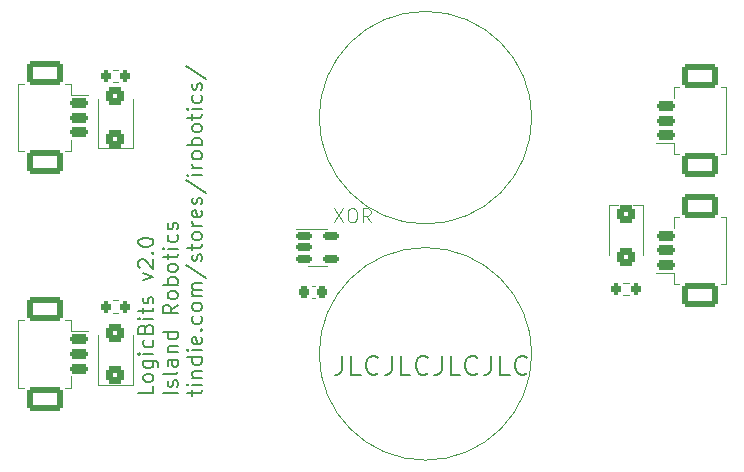
<source format=gbr>
%TF.GenerationSoftware,KiCad,Pcbnew,7.0.8*%
%TF.CreationDate,2024-03-12T18:50:45-04:00*%
%TF.ProjectId,XORgate,584f5267-6174-4652-9e6b-696361645f70,rev?*%
%TF.SameCoordinates,Original*%
%TF.FileFunction,Legend,Top*%
%TF.FilePolarity,Positive*%
%FSLAX46Y46*%
G04 Gerber Fmt 4.6, Leading zero omitted, Abs format (unit mm)*
G04 Created by KiCad (PCBNEW 7.0.8) date 2024-03-12 18:50:45*
%MOMM*%
%LPD*%
G01*
G04 APERTURE LIST*
G04 Aperture macros list*
%AMRoundRect*
0 Rectangle with rounded corners*
0 $1 Rounding radius*
0 $2 $3 $4 $5 $6 $7 $8 $9 X,Y pos of 4 corners*
0 Add a 4 corners polygon primitive as box body*
4,1,4,$2,$3,$4,$5,$6,$7,$8,$9,$2,$3,0*
0 Add four circle primitives for the rounded corners*
1,1,$1+$1,$2,$3*
1,1,$1+$1,$4,$5*
1,1,$1+$1,$6,$7*
1,1,$1+$1,$8,$9*
0 Add four rect primitives between the rounded corners*
20,1,$1+$1,$2,$3,$4,$5,0*
20,1,$1+$1,$4,$5,$6,$7,0*
20,1,$1+$1,$6,$7,$8,$9,0*
20,1,$1+$1,$8,$9,$2,$3,0*%
G04 Aperture macros list end*
%ADD10C,0.100000*%
%ADD11C,0.142240*%
%ADD12C,0.101600*%
%ADD13C,0.120000*%
%ADD14RoundRect,0.200000X-0.600000X0.200000X-0.600000X-0.200000X0.600000X-0.200000X0.600000X0.200000X0*%
%ADD15RoundRect,0.250001X-1.249999X0.799999X-1.249999X-0.799999X1.249999X-0.799999X1.249999X0.799999X0*%
%ADD16O,2.600000X2.100000*%
%ADD17RoundRect,0.300000X0.500000X-0.450000X0.500000X0.450000X-0.500000X0.450000X-0.500000X-0.450000X0*%
%ADD18RoundRect,0.200000X0.600000X-0.200000X0.600000X0.200000X-0.600000X0.200000X-0.600000X-0.200000X0*%
%ADD19RoundRect,0.250001X1.249999X-0.799999X1.249999X0.799999X-1.249999X0.799999X-1.249999X-0.799999X0*%
%ADD20RoundRect,0.300000X-0.500000X0.450000X-0.500000X-0.450000X0.500000X-0.450000X0.500000X0.450000X0*%
%ADD21RoundRect,0.150000X-0.512500X-0.150000X0.512500X-0.150000X0.512500X0.150000X-0.512500X0.150000X0*%
%ADD22RoundRect,0.200000X-0.200000X-0.275000X0.200000X-0.275000X0.200000X0.275000X-0.200000X0.275000X0*%
%ADD23RoundRect,0.225000X0.225000X0.250000X-0.225000X0.250000X-0.225000X-0.250000X0.225000X-0.250000X0*%
G04 APERTURE END LIST*
D10*
X161501100Y-115003600D02*
G75*
G03*
X161501100Y-115003600I-9000000J0D01*
G01*
X161501100Y-95003600D02*
G75*
G03*
X161501100Y-95003600I-9000000J0D01*
G01*
D11*
X145451504Y-115160257D02*
X145451504Y-116328657D01*
X145451504Y-116328657D02*
X145373611Y-116562337D01*
X145373611Y-116562337D02*
X145217824Y-116718124D01*
X145217824Y-116718124D02*
X144984144Y-116796017D01*
X144984144Y-116796017D02*
X144828358Y-116796017D01*
X147009371Y-116796017D02*
X146230437Y-116796017D01*
X146230437Y-116796017D02*
X146230437Y-115160257D01*
X148489344Y-116640230D02*
X148411451Y-116718124D01*
X148411451Y-116718124D02*
X148177771Y-116796017D01*
X148177771Y-116796017D02*
X148021984Y-116796017D01*
X148021984Y-116796017D02*
X147788304Y-116718124D01*
X147788304Y-116718124D02*
X147632518Y-116562337D01*
X147632518Y-116562337D02*
X147554624Y-116406550D01*
X147554624Y-116406550D02*
X147476731Y-116094977D01*
X147476731Y-116094977D02*
X147476731Y-115861297D01*
X147476731Y-115861297D02*
X147554624Y-115549724D01*
X147554624Y-115549724D02*
X147632518Y-115393937D01*
X147632518Y-115393937D02*
X147788304Y-115238150D01*
X147788304Y-115238150D02*
X148021984Y-115160257D01*
X148021984Y-115160257D02*
X148177771Y-115160257D01*
X148177771Y-115160257D02*
X148411451Y-115238150D01*
X148411451Y-115238150D02*
X148489344Y-115316044D01*
X149657744Y-115160257D02*
X149657744Y-116328657D01*
X149657744Y-116328657D02*
X149579851Y-116562337D01*
X149579851Y-116562337D02*
X149424064Y-116718124D01*
X149424064Y-116718124D02*
X149190384Y-116796017D01*
X149190384Y-116796017D02*
X149034598Y-116796017D01*
X151215611Y-116796017D02*
X150436677Y-116796017D01*
X150436677Y-116796017D02*
X150436677Y-115160257D01*
X152695584Y-116640230D02*
X152617691Y-116718124D01*
X152617691Y-116718124D02*
X152384011Y-116796017D01*
X152384011Y-116796017D02*
X152228224Y-116796017D01*
X152228224Y-116796017D02*
X151994544Y-116718124D01*
X151994544Y-116718124D02*
X151838758Y-116562337D01*
X151838758Y-116562337D02*
X151760864Y-116406550D01*
X151760864Y-116406550D02*
X151682971Y-116094977D01*
X151682971Y-116094977D02*
X151682971Y-115861297D01*
X151682971Y-115861297D02*
X151760864Y-115549724D01*
X151760864Y-115549724D02*
X151838758Y-115393937D01*
X151838758Y-115393937D02*
X151994544Y-115238150D01*
X151994544Y-115238150D02*
X152228224Y-115160257D01*
X152228224Y-115160257D02*
X152384011Y-115160257D01*
X152384011Y-115160257D02*
X152617691Y-115238150D01*
X152617691Y-115238150D02*
X152695584Y-115316044D01*
X153863984Y-115160257D02*
X153863984Y-116328657D01*
X153863984Y-116328657D02*
X153786091Y-116562337D01*
X153786091Y-116562337D02*
X153630304Y-116718124D01*
X153630304Y-116718124D02*
X153396624Y-116796017D01*
X153396624Y-116796017D02*
X153240838Y-116796017D01*
X155421851Y-116796017D02*
X154642917Y-116796017D01*
X154642917Y-116796017D02*
X154642917Y-115160257D01*
X156901824Y-116640230D02*
X156823931Y-116718124D01*
X156823931Y-116718124D02*
X156590251Y-116796017D01*
X156590251Y-116796017D02*
X156434464Y-116796017D01*
X156434464Y-116796017D02*
X156200784Y-116718124D01*
X156200784Y-116718124D02*
X156044998Y-116562337D01*
X156044998Y-116562337D02*
X155967104Y-116406550D01*
X155967104Y-116406550D02*
X155889211Y-116094977D01*
X155889211Y-116094977D02*
X155889211Y-115861297D01*
X155889211Y-115861297D02*
X155967104Y-115549724D01*
X155967104Y-115549724D02*
X156044998Y-115393937D01*
X156044998Y-115393937D02*
X156200784Y-115238150D01*
X156200784Y-115238150D02*
X156434464Y-115160257D01*
X156434464Y-115160257D02*
X156590251Y-115160257D01*
X156590251Y-115160257D02*
X156823931Y-115238150D01*
X156823931Y-115238150D02*
X156901824Y-115316044D01*
X158070224Y-115160257D02*
X158070224Y-116328657D01*
X158070224Y-116328657D02*
X157992331Y-116562337D01*
X157992331Y-116562337D02*
X157836544Y-116718124D01*
X157836544Y-116718124D02*
X157602864Y-116796017D01*
X157602864Y-116796017D02*
X157447078Y-116796017D01*
X159628091Y-116796017D02*
X158849157Y-116796017D01*
X158849157Y-116796017D02*
X158849157Y-115160257D01*
X161108064Y-116640230D02*
X161030171Y-116718124D01*
X161030171Y-116718124D02*
X160796491Y-116796017D01*
X160796491Y-116796017D02*
X160640704Y-116796017D01*
X160640704Y-116796017D02*
X160407024Y-116718124D01*
X160407024Y-116718124D02*
X160251238Y-116562337D01*
X160251238Y-116562337D02*
X160173344Y-116406550D01*
X160173344Y-116406550D02*
X160095451Y-116094977D01*
X160095451Y-116094977D02*
X160095451Y-115861297D01*
X160095451Y-115861297D02*
X160173344Y-115549724D01*
X160173344Y-115549724D02*
X160251238Y-115393937D01*
X160251238Y-115393937D02*
X160407024Y-115238150D01*
X160407024Y-115238150D02*
X160640704Y-115160257D01*
X160640704Y-115160257D02*
X160796491Y-115160257D01*
X160796491Y-115160257D02*
X161030171Y-115238150D01*
X161030171Y-115238150D02*
X161108064Y-115316044D01*
X129463820Y-117742022D02*
X129463820Y-118351622D01*
X129463820Y-118351622D02*
X128183660Y-118351622D01*
X129463820Y-117132422D02*
X129402860Y-117254342D01*
X129402860Y-117254342D02*
X129341900Y-117315302D01*
X129341900Y-117315302D02*
X129219980Y-117376262D01*
X129219980Y-117376262D02*
X128854220Y-117376262D01*
X128854220Y-117376262D02*
X128732300Y-117315302D01*
X128732300Y-117315302D02*
X128671340Y-117254342D01*
X128671340Y-117254342D02*
X128610380Y-117132422D01*
X128610380Y-117132422D02*
X128610380Y-116949542D01*
X128610380Y-116949542D02*
X128671340Y-116827622D01*
X128671340Y-116827622D02*
X128732300Y-116766662D01*
X128732300Y-116766662D02*
X128854220Y-116705702D01*
X128854220Y-116705702D02*
X129219980Y-116705702D01*
X129219980Y-116705702D02*
X129341900Y-116766662D01*
X129341900Y-116766662D02*
X129402860Y-116827622D01*
X129402860Y-116827622D02*
X129463820Y-116949542D01*
X129463820Y-116949542D02*
X129463820Y-117132422D01*
X128610380Y-115608422D02*
X129646700Y-115608422D01*
X129646700Y-115608422D02*
X129768620Y-115669382D01*
X129768620Y-115669382D02*
X129829580Y-115730342D01*
X129829580Y-115730342D02*
X129890540Y-115852262D01*
X129890540Y-115852262D02*
X129890540Y-116035142D01*
X129890540Y-116035142D02*
X129829580Y-116157062D01*
X129402860Y-115608422D02*
X129463820Y-115730342D01*
X129463820Y-115730342D02*
X129463820Y-115974182D01*
X129463820Y-115974182D02*
X129402860Y-116096102D01*
X129402860Y-116096102D02*
X129341900Y-116157062D01*
X129341900Y-116157062D02*
X129219980Y-116218022D01*
X129219980Y-116218022D02*
X128854220Y-116218022D01*
X128854220Y-116218022D02*
X128732300Y-116157062D01*
X128732300Y-116157062D02*
X128671340Y-116096102D01*
X128671340Y-116096102D02*
X128610380Y-115974182D01*
X128610380Y-115974182D02*
X128610380Y-115730342D01*
X128610380Y-115730342D02*
X128671340Y-115608422D01*
X129463820Y-114998822D02*
X128610380Y-114998822D01*
X128183660Y-114998822D02*
X128244620Y-115059782D01*
X128244620Y-115059782D02*
X128305580Y-114998822D01*
X128305580Y-114998822D02*
X128244620Y-114937862D01*
X128244620Y-114937862D02*
X128183660Y-114998822D01*
X128183660Y-114998822D02*
X128305580Y-114998822D01*
X129402860Y-113840582D02*
X129463820Y-113962502D01*
X129463820Y-113962502D02*
X129463820Y-114206342D01*
X129463820Y-114206342D02*
X129402860Y-114328262D01*
X129402860Y-114328262D02*
X129341900Y-114389222D01*
X129341900Y-114389222D02*
X129219980Y-114450182D01*
X129219980Y-114450182D02*
X128854220Y-114450182D01*
X128854220Y-114450182D02*
X128732300Y-114389222D01*
X128732300Y-114389222D02*
X128671340Y-114328262D01*
X128671340Y-114328262D02*
X128610380Y-114206342D01*
X128610380Y-114206342D02*
X128610380Y-113962502D01*
X128610380Y-113962502D02*
X128671340Y-113840582D01*
X128793260Y-112865222D02*
X128854220Y-112682342D01*
X128854220Y-112682342D02*
X128915180Y-112621382D01*
X128915180Y-112621382D02*
X129037100Y-112560422D01*
X129037100Y-112560422D02*
X129219980Y-112560422D01*
X129219980Y-112560422D02*
X129341900Y-112621382D01*
X129341900Y-112621382D02*
X129402860Y-112682342D01*
X129402860Y-112682342D02*
X129463820Y-112804262D01*
X129463820Y-112804262D02*
X129463820Y-113291942D01*
X129463820Y-113291942D02*
X128183660Y-113291942D01*
X128183660Y-113291942D02*
X128183660Y-112865222D01*
X128183660Y-112865222D02*
X128244620Y-112743302D01*
X128244620Y-112743302D02*
X128305580Y-112682342D01*
X128305580Y-112682342D02*
X128427500Y-112621382D01*
X128427500Y-112621382D02*
X128549420Y-112621382D01*
X128549420Y-112621382D02*
X128671340Y-112682342D01*
X128671340Y-112682342D02*
X128732300Y-112743302D01*
X128732300Y-112743302D02*
X128793260Y-112865222D01*
X128793260Y-112865222D02*
X128793260Y-113291942D01*
X129463820Y-112011782D02*
X128610380Y-112011782D01*
X128183660Y-112011782D02*
X128244620Y-112072742D01*
X128244620Y-112072742D02*
X128305580Y-112011782D01*
X128305580Y-112011782D02*
X128244620Y-111950822D01*
X128244620Y-111950822D02*
X128183660Y-112011782D01*
X128183660Y-112011782D02*
X128305580Y-112011782D01*
X128610380Y-111585062D02*
X128610380Y-111097382D01*
X128183660Y-111402182D02*
X129280940Y-111402182D01*
X129280940Y-111402182D02*
X129402860Y-111341222D01*
X129402860Y-111341222D02*
X129463820Y-111219302D01*
X129463820Y-111219302D02*
X129463820Y-111097382D01*
X129402860Y-110731622D02*
X129463820Y-110609702D01*
X129463820Y-110609702D02*
X129463820Y-110365862D01*
X129463820Y-110365862D02*
X129402860Y-110243942D01*
X129402860Y-110243942D02*
X129280940Y-110182982D01*
X129280940Y-110182982D02*
X129219980Y-110182982D01*
X129219980Y-110182982D02*
X129098060Y-110243942D01*
X129098060Y-110243942D02*
X129037100Y-110365862D01*
X129037100Y-110365862D02*
X129037100Y-110548742D01*
X129037100Y-110548742D02*
X128976140Y-110670662D01*
X128976140Y-110670662D02*
X128854220Y-110731622D01*
X128854220Y-110731622D02*
X128793260Y-110731622D01*
X128793260Y-110731622D02*
X128671340Y-110670662D01*
X128671340Y-110670662D02*
X128610380Y-110548742D01*
X128610380Y-110548742D02*
X128610380Y-110365862D01*
X128610380Y-110365862D02*
X128671340Y-110243942D01*
X128610380Y-108780902D02*
X129463820Y-108476102D01*
X129463820Y-108476102D02*
X128610380Y-108171302D01*
X128305580Y-107744582D02*
X128244620Y-107683622D01*
X128244620Y-107683622D02*
X128183660Y-107561702D01*
X128183660Y-107561702D02*
X128183660Y-107256902D01*
X128183660Y-107256902D02*
X128244620Y-107134982D01*
X128244620Y-107134982D02*
X128305580Y-107074022D01*
X128305580Y-107074022D02*
X128427500Y-107013062D01*
X128427500Y-107013062D02*
X128549420Y-107013062D01*
X128549420Y-107013062D02*
X128732300Y-107074022D01*
X128732300Y-107074022D02*
X129463820Y-107805542D01*
X129463820Y-107805542D02*
X129463820Y-107013062D01*
X129341900Y-106464422D02*
X129402860Y-106403462D01*
X129402860Y-106403462D02*
X129463820Y-106464422D01*
X129463820Y-106464422D02*
X129402860Y-106525382D01*
X129402860Y-106525382D02*
X129341900Y-106464422D01*
X129341900Y-106464422D02*
X129463820Y-106464422D01*
X128183660Y-105610982D02*
X128183660Y-105489062D01*
X128183660Y-105489062D02*
X128244620Y-105367142D01*
X128244620Y-105367142D02*
X128305580Y-105306182D01*
X128305580Y-105306182D02*
X128427500Y-105245222D01*
X128427500Y-105245222D02*
X128671340Y-105184262D01*
X128671340Y-105184262D02*
X128976140Y-105184262D01*
X128976140Y-105184262D02*
X129219980Y-105245222D01*
X129219980Y-105245222D02*
X129341900Y-105306182D01*
X129341900Y-105306182D02*
X129402860Y-105367142D01*
X129402860Y-105367142D02*
X129463820Y-105489062D01*
X129463820Y-105489062D02*
X129463820Y-105610982D01*
X129463820Y-105610982D02*
X129402860Y-105732902D01*
X129402860Y-105732902D02*
X129341900Y-105793862D01*
X129341900Y-105793862D02*
X129219980Y-105854822D01*
X129219980Y-105854822D02*
X128976140Y-105915782D01*
X128976140Y-105915782D02*
X128671340Y-105915782D01*
X128671340Y-105915782D02*
X128427500Y-105854822D01*
X128427500Y-105854822D02*
X128305580Y-105793862D01*
X128305580Y-105793862D02*
X128244620Y-105732902D01*
X128244620Y-105732902D02*
X128183660Y-105610982D01*
X131524878Y-118351622D02*
X130244718Y-118351622D01*
X131463918Y-117802982D02*
X131524878Y-117681062D01*
X131524878Y-117681062D02*
X131524878Y-117437222D01*
X131524878Y-117437222D02*
X131463918Y-117315302D01*
X131463918Y-117315302D02*
X131341998Y-117254342D01*
X131341998Y-117254342D02*
X131281038Y-117254342D01*
X131281038Y-117254342D02*
X131159118Y-117315302D01*
X131159118Y-117315302D02*
X131098158Y-117437222D01*
X131098158Y-117437222D02*
X131098158Y-117620102D01*
X131098158Y-117620102D02*
X131037198Y-117742022D01*
X131037198Y-117742022D02*
X130915278Y-117802982D01*
X130915278Y-117802982D02*
X130854318Y-117802982D01*
X130854318Y-117802982D02*
X130732398Y-117742022D01*
X130732398Y-117742022D02*
X130671438Y-117620102D01*
X130671438Y-117620102D02*
X130671438Y-117437222D01*
X130671438Y-117437222D02*
X130732398Y-117315302D01*
X131524878Y-116522822D02*
X131463918Y-116644742D01*
X131463918Y-116644742D02*
X131341998Y-116705702D01*
X131341998Y-116705702D02*
X130244718Y-116705702D01*
X131524878Y-115486502D02*
X130854318Y-115486502D01*
X130854318Y-115486502D02*
X130732398Y-115547462D01*
X130732398Y-115547462D02*
X130671438Y-115669382D01*
X130671438Y-115669382D02*
X130671438Y-115913222D01*
X130671438Y-115913222D02*
X130732398Y-116035142D01*
X131463918Y-115486502D02*
X131524878Y-115608422D01*
X131524878Y-115608422D02*
X131524878Y-115913222D01*
X131524878Y-115913222D02*
X131463918Y-116035142D01*
X131463918Y-116035142D02*
X131341998Y-116096102D01*
X131341998Y-116096102D02*
X131220078Y-116096102D01*
X131220078Y-116096102D02*
X131098158Y-116035142D01*
X131098158Y-116035142D02*
X131037198Y-115913222D01*
X131037198Y-115913222D02*
X131037198Y-115608422D01*
X131037198Y-115608422D02*
X130976238Y-115486502D01*
X130671438Y-114876902D02*
X131524878Y-114876902D01*
X130793358Y-114876902D02*
X130732398Y-114815942D01*
X130732398Y-114815942D02*
X130671438Y-114694022D01*
X130671438Y-114694022D02*
X130671438Y-114511142D01*
X130671438Y-114511142D02*
X130732398Y-114389222D01*
X130732398Y-114389222D02*
X130854318Y-114328262D01*
X130854318Y-114328262D02*
X131524878Y-114328262D01*
X131524878Y-113170022D02*
X130244718Y-113170022D01*
X131463918Y-113170022D02*
X131524878Y-113291942D01*
X131524878Y-113291942D02*
X131524878Y-113535782D01*
X131524878Y-113535782D02*
X131463918Y-113657702D01*
X131463918Y-113657702D02*
X131402958Y-113718662D01*
X131402958Y-113718662D02*
X131281038Y-113779622D01*
X131281038Y-113779622D02*
X130915278Y-113779622D01*
X130915278Y-113779622D02*
X130793358Y-113718662D01*
X130793358Y-113718662D02*
X130732398Y-113657702D01*
X130732398Y-113657702D02*
X130671438Y-113535782D01*
X130671438Y-113535782D02*
X130671438Y-113291942D01*
X130671438Y-113291942D02*
X130732398Y-113170022D01*
X131524878Y-110853542D02*
X130915278Y-111280262D01*
X131524878Y-111585062D02*
X130244718Y-111585062D01*
X130244718Y-111585062D02*
X130244718Y-111097382D01*
X130244718Y-111097382D02*
X130305678Y-110975462D01*
X130305678Y-110975462D02*
X130366638Y-110914502D01*
X130366638Y-110914502D02*
X130488558Y-110853542D01*
X130488558Y-110853542D02*
X130671438Y-110853542D01*
X130671438Y-110853542D02*
X130793358Y-110914502D01*
X130793358Y-110914502D02*
X130854318Y-110975462D01*
X130854318Y-110975462D02*
X130915278Y-111097382D01*
X130915278Y-111097382D02*
X130915278Y-111585062D01*
X131524878Y-110122022D02*
X131463918Y-110243942D01*
X131463918Y-110243942D02*
X131402958Y-110304902D01*
X131402958Y-110304902D02*
X131281038Y-110365862D01*
X131281038Y-110365862D02*
X130915278Y-110365862D01*
X130915278Y-110365862D02*
X130793358Y-110304902D01*
X130793358Y-110304902D02*
X130732398Y-110243942D01*
X130732398Y-110243942D02*
X130671438Y-110122022D01*
X130671438Y-110122022D02*
X130671438Y-109939142D01*
X130671438Y-109939142D02*
X130732398Y-109817222D01*
X130732398Y-109817222D02*
X130793358Y-109756262D01*
X130793358Y-109756262D02*
X130915278Y-109695302D01*
X130915278Y-109695302D02*
X131281038Y-109695302D01*
X131281038Y-109695302D02*
X131402958Y-109756262D01*
X131402958Y-109756262D02*
X131463918Y-109817222D01*
X131463918Y-109817222D02*
X131524878Y-109939142D01*
X131524878Y-109939142D02*
X131524878Y-110122022D01*
X131524878Y-109146662D02*
X130244718Y-109146662D01*
X130732398Y-109146662D02*
X130671438Y-109024742D01*
X130671438Y-109024742D02*
X130671438Y-108780902D01*
X130671438Y-108780902D02*
X130732398Y-108658982D01*
X130732398Y-108658982D02*
X130793358Y-108598022D01*
X130793358Y-108598022D02*
X130915278Y-108537062D01*
X130915278Y-108537062D02*
X131281038Y-108537062D01*
X131281038Y-108537062D02*
X131402958Y-108598022D01*
X131402958Y-108598022D02*
X131463918Y-108658982D01*
X131463918Y-108658982D02*
X131524878Y-108780902D01*
X131524878Y-108780902D02*
X131524878Y-109024742D01*
X131524878Y-109024742D02*
X131463918Y-109146662D01*
X131524878Y-107805542D02*
X131463918Y-107927462D01*
X131463918Y-107927462D02*
X131402958Y-107988422D01*
X131402958Y-107988422D02*
X131281038Y-108049382D01*
X131281038Y-108049382D02*
X130915278Y-108049382D01*
X130915278Y-108049382D02*
X130793358Y-107988422D01*
X130793358Y-107988422D02*
X130732398Y-107927462D01*
X130732398Y-107927462D02*
X130671438Y-107805542D01*
X130671438Y-107805542D02*
X130671438Y-107622662D01*
X130671438Y-107622662D02*
X130732398Y-107500742D01*
X130732398Y-107500742D02*
X130793358Y-107439782D01*
X130793358Y-107439782D02*
X130915278Y-107378822D01*
X130915278Y-107378822D02*
X131281038Y-107378822D01*
X131281038Y-107378822D02*
X131402958Y-107439782D01*
X131402958Y-107439782D02*
X131463918Y-107500742D01*
X131463918Y-107500742D02*
X131524878Y-107622662D01*
X131524878Y-107622662D02*
X131524878Y-107805542D01*
X130671438Y-107013062D02*
X130671438Y-106525382D01*
X130244718Y-106830182D02*
X131341998Y-106830182D01*
X131341998Y-106830182D02*
X131463918Y-106769222D01*
X131463918Y-106769222D02*
X131524878Y-106647302D01*
X131524878Y-106647302D02*
X131524878Y-106525382D01*
X131524878Y-106098662D02*
X130671438Y-106098662D01*
X130244718Y-106098662D02*
X130305678Y-106159622D01*
X130305678Y-106159622D02*
X130366638Y-106098662D01*
X130366638Y-106098662D02*
X130305678Y-106037702D01*
X130305678Y-106037702D02*
X130244718Y-106098662D01*
X130244718Y-106098662D02*
X130366638Y-106098662D01*
X131463918Y-104940422D02*
X131524878Y-105062342D01*
X131524878Y-105062342D02*
X131524878Y-105306182D01*
X131524878Y-105306182D02*
X131463918Y-105428102D01*
X131463918Y-105428102D02*
X131402958Y-105489062D01*
X131402958Y-105489062D02*
X131281038Y-105550022D01*
X131281038Y-105550022D02*
X130915278Y-105550022D01*
X130915278Y-105550022D02*
X130793358Y-105489062D01*
X130793358Y-105489062D02*
X130732398Y-105428102D01*
X130732398Y-105428102D02*
X130671438Y-105306182D01*
X130671438Y-105306182D02*
X130671438Y-105062342D01*
X130671438Y-105062342D02*
X130732398Y-104940422D01*
X131463918Y-104452742D02*
X131524878Y-104330822D01*
X131524878Y-104330822D02*
X131524878Y-104086982D01*
X131524878Y-104086982D02*
X131463918Y-103965062D01*
X131463918Y-103965062D02*
X131341998Y-103904102D01*
X131341998Y-103904102D02*
X131281038Y-103904102D01*
X131281038Y-103904102D02*
X131159118Y-103965062D01*
X131159118Y-103965062D02*
X131098158Y-104086982D01*
X131098158Y-104086982D02*
X131098158Y-104269862D01*
X131098158Y-104269862D02*
X131037198Y-104391782D01*
X131037198Y-104391782D02*
X130915278Y-104452742D01*
X130915278Y-104452742D02*
X130854318Y-104452742D01*
X130854318Y-104452742D02*
X130732398Y-104391782D01*
X130732398Y-104391782D02*
X130671438Y-104269862D01*
X130671438Y-104269862D02*
X130671438Y-104086982D01*
X130671438Y-104086982D02*
X130732398Y-103965062D01*
X132732496Y-118534502D02*
X132732496Y-118046822D01*
X132305776Y-118351622D02*
X133403056Y-118351622D01*
X133403056Y-118351622D02*
X133524976Y-118290662D01*
X133524976Y-118290662D02*
X133585936Y-118168742D01*
X133585936Y-118168742D02*
X133585936Y-118046822D01*
X133585936Y-117620102D02*
X132732496Y-117620102D01*
X132305776Y-117620102D02*
X132366736Y-117681062D01*
X132366736Y-117681062D02*
X132427696Y-117620102D01*
X132427696Y-117620102D02*
X132366736Y-117559142D01*
X132366736Y-117559142D02*
X132305776Y-117620102D01*
X132305776Y-117620102D02*
X132427696Y-117620102D01*
X132732496Y-117010502D02*
X133585936Y-117010502D01*
X132854416Y-117010502D02*
X132793456Y-116949542D01*
X132793456Y-116949542D02*
X132732496Y-116827622D01*
X132732496Y-116827622D02*
X132732496Y-116644742D01*
X132732496Y-116644742D02*
X132793456Y-116522822D01*
X132793456Y-116522822D02*
X132915376Y-116461862D01*
X132915376Y-116461862D02*
X133585936Y-116461862D01*
X133585936Y-115303622D02*
X132305776Y-115303622D01*
X133524976Y-115303622D02*
X133585936Y-115425542D01*
X133585936Y-115425542D02*
X133585936Y-115669382D01*
X133585936Y-115669382D02*
X133524976Y-115791302D01*
X133524976Y-115791302D02*
X133464016Y-115852262D01*
X133464016Y-115852262D02*
X133342096Y-115913222D01*
X133342096Y-115913222D02*
X132976336Y-115913222D01*
X132976336Y-115913222D02*
X132854416Y-115852262D01*
X132854416Y-115852262D02*
X132793456Y-115791302D01*
X132793456Y-115791302D02*
X132732496Y-115669382D01*
X132732496Y-115669382D02*
X132732496Y-115425542D01*
X132732496Y-115425542D02*
X132793456Y-115303622D01*
X133585936Y-114694022D02*
X132732496Y-114694022D01*
X132305776Y-114694022D02*
X132366736Y-114754982D01*
X132366736Y-114754982D02*
X132427696Y-114694022D01*
X132427696Y-114694022D02*
X132366736Y-114633062D01*
X132366736Y-114633062D02*
X132305776Y-114694022D01*
X132305776Y-114694022D02*
X132427696Y-114694022D01*
X133524976Y-113596742D02*
X133585936Y-113718662D01*
X133585936Y-113718662D02*
X133585936Y-113962502D01*
X133585936Y-113962502D02*
X133524976Y-114084422D01*
X133524976Y-114084422D02*
X133403056Y-114145382D01*
X133403056Y-114145382D02*
X132915376Y-114145382D01*
X132915376Y-114145382D02*
X132793456Y-114084422D01*
X132793456Y-114084422D02*
X132732496Y-113962502D01*
X132732496Y-113962502D02*
X132732496Y-113718662D01*
X132732496Y-113718662D02*
X132793456Y-113596742D01*
X132793456Y-113596742D02*
X132915376Y-113535782D01*
X132915376Y-113535782D02*
X133037296Y-113535782D01*
X133037296Y-113535782D02*
X133159216Y-114145382D01*
X133464016Y-112987142D02*
X133524976Y-112926182D01*
X133524976Y-112926182D02*
X133585936Y-112987142D01*
X133585936Y-112987142D02*
X133524976Y-113048102D01*
X133524976Y-113048102D02*
X133464016Y-112987142D01*
X133464016Y-112987142D02*
X133585936Y-112987142D01*
X133524976Y-111828902D02*
X133585936Y-111950822D01*
X133585936Y-111950822D02*
X133585936Y-112194662D01*
X133585936Y-112194662D02*
X133524976Y-112316582D01*
X133524976Y-112316582D02*
X133464016Y-112377542D01*
X133464016Y-112377542D02*
X133342096Y-112438502D01*
X133342096Y-112438502D02*
X132976336Y-112438502D01*
X132976336Y-112438502D02*
X132854416Y-112377542D01*
X132854416Y-112377542D02*
X132793456Y-112316582D01*
X132793456Y-112316582D02*
X132732496Y-112194662D01*
X132732496Y-112194662D02*
X132732496Y-111950822D01*
X132732496Y-111950822D02*
X132793456Y-111828902D01*
X133585936Y-111097382D02*
X133524976Y-111219302D01*
X133524976Y-111219302D02*
X133464016Y-111280262D01*
X133464016Y-111280262D02*
X133342096Y-111341222D01*
X133342096Y-111341222D02*
X132976336Y-111341222D01*
X132976336Y-111341222D02*
X132854416Y-111280262D01*
X132854416Y-111280262D02*
X132793456Y-111219302D01*
X132793456Y-111219302D02*
X132732496Y-111097382D01*
X132732496Y-111097382D02*
X132732496Y-110914502D01*
X132732496Y-110914502D02*
X132793456Y-110792582D01*
X132793456Y-110792582D02*
X132854416Y-110731622D01*
X132854416Y-110731622D02*
X132976336Y-110670662D01*
X132976336Y-110670662D02*
X133342096Y-110670662D01*
X133342096Y-110670662D02*
X133464016Y-110731622D01*
X133464016Y-110731622D02*
X133524976Y-110792582D01*
X133524976Y-110792582D02*
X133585936Y-110914502D01*
X133585936Y-110914502D02*
X133585936Y-111097382D01*
X133585936Y-110122022D02*
X132732496Y-110122022D01*
X132854416Y-110122022D02*
X132793456Y-110061062D01*
X132793456Y-110061062D02*
X132732496Y-109939142D01*
X132732496Y-109939142D02*
X132732496Y-109756262D01*
X132732496Y-109756262D02*
X132793456Y-109634342D01*
X132793456Y-109634342D02*
X132915376Y-109573382D01*
X132915376Y-109573382D02*
X133585936Y-109573382D01*
X132915376Y-109573382D02*
X132793456Y-109512422D01*
X132793456Y-109512422D02*
X132732496Y-109390502D01*
X132732496Y-109390502D02*
X132732496Y-109207622D01*
X132732496Y-109207622D02*
X132793456Y-109085702D01*
X132793456Y-109085702D02*
X132915376Y-109024742D01*
X132915376Y-109024742D02*
X133585936Y-109024742D01*
X132244816Y-107500742D02*
X133890736Y-108598022D01*
X133524976Y-107134982D02*
X133585936Y-107013062D01*
X133585936Y-107013062D02*
X133585936Y-106769222D01*
X133585936Y-106769222D02*
X133524976Y-106647302D01*
X133524976Y-106647302D02*
X133403056Y-106586342D01*
X133403056Y-106586342D02*
X133342096Y-106586342D01*
X133342096Y-106586342D02*
X133220176Y-106647302D01*
X133220176Y-106647302D02*
X133159216Y-106769222D01*
X133159216Y-106769222D02*
X133159216Y-106952102D01*
X133159216Y-106952102D02*
X133098256Y-107074022D01*
X133098256Y-107074022D02*
X132976336Y-107134982D01*
X132976336Y-107134982D02*
X132915376Y-107134982D01*
X132915376Y-107134982D02*
X132793456Y-107074022D01*
X132793456Y-107074022D02*
X132732496Y-106952102D01*
X132732496Y-106952102D02*
X132732496Y-106769222D01*
X132732496Y-106769222D02*
X132793456Y-106647302D01*
X132732496Y-106220582D02*
X132732496Y-105732902D01*
X132305776Y-106037702D02*
X133403056Y-106037702D01*
X133403056Y-106037702D02*
X133524976Y-105976742D01*
X133524976Y-105976742D02*
X133585936Y-105854822D01*
X133585936Y-105854822D02*
X133585936Y-105732902D01*
X133585936Y-105123302D02*
X133524976Y-105245222D01*
X133524976Y-105245222D02*
X133464016Y-105306182D01*
X133464016Y-105306182D02*
X133342096Y-105367142D01*
X133342096Y-105367142D02*
X132976336Y-105367142D01*
X132976336Y-105367142D02*
X132854416Y-105306182D01*
X132854416Y-105306182D02*
X132793456Y-105245222D01*
X132793456Y-105245222D02*
X132732496Y-105123302D01*
X132732496Y-105123302D02*
X132732496Y-104940422D01*
X132732496Y-104940422D02*
X132793456Y-104818502D01*
X132793456Y-104818502D02*
X132854416Y-104757542D01*
X132854416Y-104757542D02*
X132976336Y-104696582D01*
X132976336Y-104696582D02*
X133342096Y-104696582D01*
X133342096Y-104696582D02*
X133464016Y-104757542D01*
X133464016Y-104757542D02*
X133524976Y-104818502D01*
X133524976Y-104818502D02*
X133585936Y-104940422D01*
X133585936Y-104940422D02*
X133585936Y-105123302D01*
X133585936Y-104147942D02*
X132732496Y-104147942D01*
X132976336Y-104147942D02*
X132854416Y-104086982D01*
X132854416Y-104086982D02*
X132793456Y-104026022D01*
X132793456Y-104026022D02*
X132732496Y-103904102D01*
X132732496Y-103904102D02*
X132732496Y-103782182D01*
X133524976Y-102867782D02*
X133585936Y-102989702D01*
X133585936Y-102989702D02*
X133585936Y-103233542D01*
X133585936Y-103233542D02*
X133524976Y-103355462D01*
X133524976Y-103355462D02*
X133403056Y-103416422D01*
X133403056Y-103416422D02*
X132915376Y-103416422D01*
X132915376Y-103416422D02*
X132793456Y-103355462D01*
X132793456Y-103355462D02*
X132732496Y-103233542D01*
X132732496Y-103233542D02*
X132732496Y-102989702D01*
X132732496Y-102989702D02*
X132793456Y-102867782D01*
X132793456Y-102867782D02*
X132915376Y-102806822D01*
X132915376Y-102806822D02*
X133037296Y-102806822D01*
X133037296Y-102806822D02*
X133159216Y-103416422D01*
X133524976Y-102319142D02*
X133585936Y-102197222D01*
X133585936Y-102197222D02*
X133585936Y-101953382D01*
X133585936Y-101953382D02*
X133524976Y-101831462D01*
X133524976Y-101831462D02*
X133403056Y-101770502D01*
X133403056Y-101770502D02*
X133342096Y-101770502D01*
X133342096Y-101770502D02*
X133220176Y-101831462D01*
X133220176Y-101831462D02*
X133159216Y-101953382D01*
X133159216Y-101953382D02*
X133159216Y-102136262D01*
X133159216Y-102136262D02*
X133098256Y-102258182D01*
X133098256Y-102258182D02*
X132976336Y-102319142D01*
X132976336Y-102319142D02*
X132915376Y-102319142D01*
X132915376Y-102319142D02*
X132793456Y-102258182D01*
X132793456Y-102258182D02*
X132732496Y-102136262D01*
X132732496Y-102136262D02*
X132732496Y-101953382D01*
X132732496Y-101953382D02*
X132793456Y-101831462D01*
X132244816Y-100307462D02*
X133890736Y-101404742D01*
X133585936Y-99880742D02*
X132732496Y-99880742D01*
X132305776Y-99880742D02*
X132366736Y-99941702D01*
X132366736Y-99941702D02*
X132427696Y-99880742D01*
X132427696Y-99880742D02*
X132366736Y-99819782D01*
X132366736Y-99819782D02*
X132305776Y-99880742D01*
X132305776Y-99880742D02*
X132427696Y-99880742D01*
X133585936Y-99271142D02*
X132732496Y-99271142D01*
X132976336Y-99271142D02*
X132854416Y-99210182D01*
X132854416Y-99210182D02*
X132793456Y-99149222D01*
X132793456Y-99149222D02*
X132732496Y-99027302D01*
X132732496Y-99027302D02*
X132732496Y-98905382D01*
X133585936Y-98295782D02*
X133524976Y-98417702D01*
X133524976Y-98417702D02*
X133464016Y-98478662D01*
X133464016Y-98478662D02*
X133342096Y-98539622D01*
X133342096Y-98539622D02*
X132976336Y-98539622D01*
X132976336Y-98539622D02*
X132854416Y-98478662D01*
X132854416Y-98478662D02*
X132793456Y-98417702D01*
X132793456Y-98417702D02*
X132732496Y-98295782D01*
X132732496Y-98295782D02*
X132732496Y-98112902D01*
X132732496Y-98112902D02*
X132793456Y-97990982D01*
X132793456Y-97990982D02*
X132854416Y-97930022D01*
X132854416Y-97930022D02*
X132976336Y-97869062D01*
X132976336Y-97869062D02*
X133342096Y-97869062D01*
X133342096Y-97869062D02*
X133464016Y-97930022D01*
X133464016Y-97930022D02*
X133524976Y-97990982D01*
X133524976Y-97990982D02*
X133585936Y-98112902D01*
X133585936Y-98112902D02*
X133585936Y-98295782D01*
X133585936Y-97320422D02*
X132305776Y-97320422D01*
X132793456Y-97320422D02*
X132732496Y-97198502D01*
X132732496Y-97198502D02*
X132732496Y-96954662D01*
X132732496Y-96954662D02*
X132793456Y-96832742D01*
X132793456Y-96832742D02*
X132854416Y-96771782D01*
X132854416Y-96771782D02*
X132976336Y-96710822D01*
X132976336Y-96710822D02*
X133342096Y-96710822D01*
X133342096Y-96710822D02*
X133464016Y-96771782D01*
X133464016Y-96771782D02*
X133524976Y-96832742D01*
X133524976Y-96832742D02*
X133585936Y-96954662D01*
X133585936Y-96954662D02*
X133585936Y-97198502D01*
X133585936Y-97198502D02*
X133524976Y-97320422D01*
X133585936Y-95979302D02*
X133524976Y-96101222D01*
X133524976Y-96101222D02*
X133464016Y-96162182D01*
X133464016Y-96162182D02*
X133342096Y-96223142D01*
X133342096Y-96223142D02*
X132976336Y-96223142D01*
X132976336Y-96223142D02*
X132854416Y-96162182D01*
X132854416Y-96162182D02*
X132793456Y-96101222D01*
X132793456Y-96101222D02*
X132732496Y-95979302D01*
X132732496Y-95979302D02*
X132732496Y-95796422D01*
X132732496Y-95796422D02*
X132793456Y-95674502D01*
X132793456Y-95674502D02*
X132854416Y-95613542D01*
X132854416Y-95613542D02*
X132976336Y-95552582D01*
X132976336Y-95552582D02*
X133342096Y-95552582D01*
X133342096Y-95552582D02*
X133464016Y-95613542D01*
X133464016Y-95613542D02*
X133524976Y-95674502D01*
X133524976Y-95674502D02*
X133585936Y-95796422D01*
X133585936Y-95796422D02*
X133585936Y-95979302D01*
X132732496Y-95186822D02*
X132732496Y-94699142D01*
X132305776Y-95003942D02*
X133403056Y-95003942D01*
X133403056Y-95003942D02*
X133524976Y-94942982D01*
X133524976Y-94942982D02*
X133585936Y-94821062D01*
X133585936Y-94821062D02*
X133585936Y-94699142D01*
X133585936Y-94272422D02*
X132732496Y-94272422D01*
X132305776Y-94272422D02*
X132366736Y-94333382D01*
X132366736Y-94333382D02*
X132427696Y-94272422D01*
X132427696Y-94272422D02*
X132366736Y-94211462D01*
X132366736Y-94211462D02*
X132305776Y-94272422D01*
X132305776Y-94272422D02*
X132427696Y-94272422D01*
X133524976Y-93114182D02*
X133585936Y-93236102D01*
X133585936Y-93236102D02*
X133585936Y-93479942D01*
X133585936Y-93479942D02*
X133524976Y-93601862D01*
X133524976Y-93601862D02*
X133464016Y-93662822D01*
X133464016Y-93662822D02*
X133342096Y-93723782D01*
X133342096Y-93723782D02*
X132976336Y-93723782D01*
X132976336Y-93723782D02*
X132854416Y-93662822D01*
X132854416Y-93662822D02*
X132793456Y-93601862D01*
X132793456Y-93601862D02*
X132732496Y-93479942D01*
X132732496Y-93479942D02*
X132732496Y-93236102D01*
X132732496Y-93236102D02*
X132793456Y-93114182D01*
X133524976Y-92626502D02*
X133585936Y-92504582D01*
X133585936Y-92504582D02*
X133585936Y-92260742D01*
X133585936Y-92260742D02*
X133524976Y-92138822D01*
X133524976Y-92138822D02*
X133403056Y-92077862D01*
X133403056Y-92077862D02*
X133342096Y-92077862D01*
X133342096Y-92077862D02*
X133220176Y-92138822D01*
X133220176Y-92138822D02*
X133159216Y-92260742D01*
X133159216Y-92260742D02*
X133159216Y-92443622D01*
X133159216Y-92443622D02*
X133098256Y-92565542D01*
X133098256Y-92565542D02*
X132976336Y-92626502D01*
X132976336Y-92626502D02*
X132915376Y-92626502D01*
X132915376Y-92626502D02*
X132793456Y-92565542D01*
X132793456Y-92565542D02*
X132732496Y-92443622D01*
X132732496Y-92443622D02*
X132732496Y-92260742D01*
X132732496Y-92260742D02*
X132793456Y-92138822D01*
X132244816Y-90614822D02*
X133890736Y-91712102D01*
D12*
X144734856Y-102686926D02*
X145513789Y-103855326D01*
X145513789Y-102686926D02*
X144734856Y-103855326D01*
X146181446Y-102686926D02*
X146403999Y-102686926D01*
X146403999Y-102686926D02*
X146515275Y-102742564D01*
X146515275Y-102742564D02*
X146626551Y-102853840D01*
X146626551Y-102853840D02*
X146682189Y-103076392D01*
X146682189Y-103076392D02*
X146682189Y-103465859D01*
X146682189Y-103465859D02*
X146626551Y-103688411D01*
X146626551Y-103688411D02*
X146515275Y-103799688D01*
X146515275Y-103799688D02*
X146403999Y-103855326D01*
X146403999Y-103855326D02*
X146181446Y-103855326D01*
X146181446Y-103855326D02*
X146070170Y-103799688D01*
X146070170Y-103799688D02*
X145958894Y-103688411D01*
X145958894Y-103688411D02*
X145903256Y-103465859D01*
X145903256Y-103465859D02*
X145903256Y-103076392D01*
X145903256Y-103076392D02*
X145958894Y-102853840D01*
X145958894Y-102853840D02*
X146070170Y-102742564D01*
X146070170Y-102742564D02*
X146181446Y-102686926D01*
X147850589Y-103855326D02*
X147461122Y-103298945D01*
X147182932Y-103855326D02*
X147182932Y-102686926D01*
X147182932Y-102686926D02*
X147628037Y-102686926D01*
X147628037Y-102686926D02*
X147739313Y-102742564D01*
X147739313Y-102742564D02*
X147794951Y-102798202D01*
X147794951Y-102798202D02*
X147850589Y-102909478D01*
X147850589Y-102909478D02*
X147850589Y-103076392D01*
X147850589Y-103076392D02*
X147794951Y-103187668D01*
X147794951Y-103187668D02*
X147739313Y-103243307D01*
X147739313Y-103243307D02*
X147628037Y-103298945D01*
X147628037Y-103298945D02*
X147182932Y-103298945D01*
D13*
%TO.C,J1*%
X122460000Y-92140000D02*
X122460000Y-93090000D01*
X122010000Y-92140000D02*
X122460000Y-92140000D01*
X118490000Y-92140000D02*
X118040000Y-92140000D01*
X118040000Y-92140000D02*
X118040000Y-97860000D01*
X122460000Y-93090000D02*
X123950000Y-93090000D01*
X122460000Y-97860000D02*
X122460000Y-96910000D01*
X122010000Y-97860000D02*
X122460000Y-97860000D01*
X118040000Y-97860000D02*
X118490000Y-97860000D01*
%TO.C,D2*%
X124790000Y-117600000D02*
X127710000Y-117600000D01*
X127710000Y-117600000D02*
X127710000Y-113400000D01*
X124790000Y-113400000D02*
X124790000Y-117600000D01*
%TO.C,J4*%
X173540000Y-98110000D02*
X173540000Y-97160000D01*
X173990000Y-98110000D02*
X173540000Y-98110000D01*
X177510000Y-98110000D02*
X177960000Y-98110000D01*
X177960000Y-98110000D02*
X177960000Y-92390000D01*
X173540000Y-97160000D02*
X172050000Y-97160000D01*
X173540000Y-92390000D02*
X173540000Y-93340000D01*
X173990000Y-92390000D02*
X173540000Y-92390000D01*
X177960000Y-92390000D02*
X177510000Y-92390000D01*
%TO.C,D3*%
X170960000Y-102400000D02*
X168040000Y-102400000D01*
X168040000Y-102400000D02*
X168040000Y-106600000D01*
X170960000Y-106600000D02*
X170960000Y-102400000D01*
%TO.C,U1*%
X143377500Y-104424000D02*
X141577500Y-104424000D01*
X143377500Y-104424000D02*
X144177500Y-104424000D01*
X143377500Y-107544000D02*
X142577500Y-107544000D01*
X143377500Y-107544000D02*
X144177500Y-107544000D01*
%TO.C,D1*%
X124790000Y-97600000D02*
X127710000Y-97600000D01*
X127710000Y-97600000D02*
X127710000Y-93400000D01*
X124790000Y-93400000D02*
X124790000Y-97600000D01*
%TO.C,R3*%
X169262742Y-108977500D02*
X169737258Y-108977500D01*
X169262742Y-110022500D02*
X169737258Y-110022500D01*
%TO.C,R1*%
X126012742Y-90977500D02*
X126487258Y-90977500D01*
X126012742Y-92022500D02*
X126487258Y-92022500D01*
%TO.C,C1*%
X143140580Y-110260000D02*
X142859420Y-110260000D01*
X143140580Y-109240000D02*
X142859420Y-109240000D01*
%TO.C,J3*%
X173540000Y-109110000D02*
X173540000Y-108160000D01*
X173990000Y-109110000D02*
X173540000Y-109110000D01*
X177510000Y-109110000D02*
X177960000Y-109110000D01*
X177960000Y-109110000D02*
X177960000Y-103390000D01*
X173540000Y-108160000D02*
X172050000Y-108160000D01*
X173540000Y-103390000D02*
X173540000Y-104340000D01*
X173990000Y-103390000D02*
X173540000Y-103390000D01*
X177960000Y-103390000D02*
X177510000Y-103390000D01*
%TO.C,J2*%
X122460000Y-112140000D02*
X122460000Y-113090000D01*
X122010000Y-112140000D02*
X122460000Y-112140000D01*
X118490000Y-112140000D02*
X118040000Y-112140000D01*
X118040000Y-112140000D02*
X118040000Y-117860000D01*
X122460000Y-113090000D02*
X123950000Y-113090000D01*
X122460000Y-117860000D02*
X122460000Y-116910000D01*
X122010000Y-117860000D02*
X122460000Y-117860000D01*
X118040000Y-117860000D02*
X118490000Y-117860000D01*
%TO.C,R2*%
X126012742Y-110477500D02*
X126487258Y-110477500D01*
X126012742Y-111522500D02*
X126487258Y-111522500D01*
%TD*%
%LPC*%
D14*
%TO.C,J1*%
X123150000Y-93750000D03*
X123150000Y-95000000D03*
X123150000Y-96250000D03*
D15*
X120250000Y-91200000D03*
X120250000Y-98800000D03*
%TD*%
D16*
%TO.C,D2*%
X126250000Y-115000000D03*
D17*
X126250000Y-116800000D03*
X126250000Y-113200000D03*
%TD*%
D18*
%TO.C,J4*%
X172850000Y-96500000D03*
X172850000Y-95250000D03*
X172850000Y-94000000D03*
D19*
X175750000Y-99050000D03*
X175750000Y-91450000D03*
%TD*%
D16*
%TO.C,D3*%
X169500000Y-105000000D03*
D20*
X169500000Y-103200000D03*
X169500000Y-106800000D03*
%TD*%
D21*
%TO.C,U1*%
X142240000Y-105034000D03*
X142240000Y-105984000D03*
X142240000Y-106934000D03*
X144515000Y-106934000D03*
X144515000Y-105034000D03*
%TD*%
D16*
%TO.C,D1*%
X126250000Y-95000000D03*
D17*
X126250000Y-96800000D03*
X126250000Y-93200000D03*
%TD*%
D22*
%TO.C,R3*%
X168675000Y-109500000D03*
X170325000Y-109500000D03*
%TD*%
%TO.C,R1*%
X125425000Y-91500000D03*
X127075000Y-91500000D03*
%TD*%
D23*
%TO.C,C1*%
X143775000Y-109750000D03*
X142225000Y-109750000D03*
%TD*%
D18*
%TO.C,J3*%
X172850000Y-107500000D03*
X172850000Y-106250000D03*
X172850000Y-105000000D03*
D19*
X175750000Y-110050000D03*
X175750000Y-102450000D03*
%TD*%
D14*
%TO.C,J2*%
X123150000Y-113750000D03*
X123150000Y-115000000D03*
X123150000Y-116250000D03*
D15*
X120250000Y-111200000D03*
X120250000Y-118800000D03*
%TD*%
D22*
%TO.C,R2*%
X125425000Y-111000000D03*
X127075000Y-111000000D03*
%TD*%
%LPD*%
M02*

</source>
